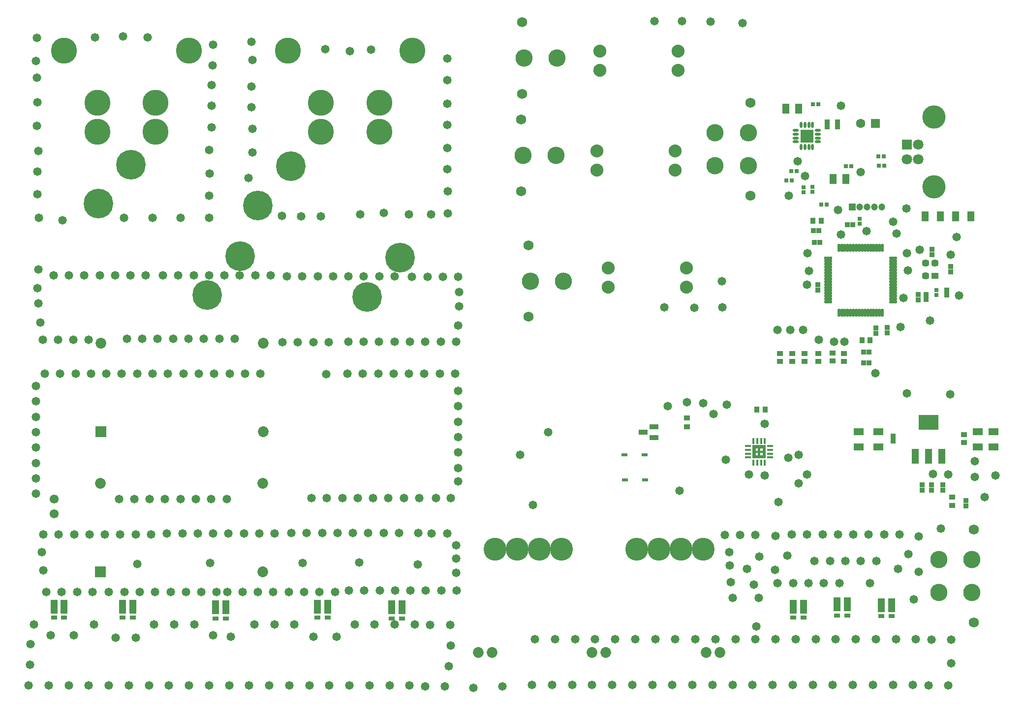
<source format=gts>
G04*
G04 #@! TF.GenerationSoftware,Altium Limited,Altium Designer,18.1.7 (191)*
G04*
G04 Layer_Color=8388736*
%FSLAX25Y25*%
%MOIN*%
G70*
G01*
G75*
%ADD18R,0.04375X0.02365*%
%ADD40R,0.04000X0.03000*%
%ADD44R,0.02965X0.02965*%
%ADD45R,0.03241X0.03241*%
%ADD46R,0.02965X0.02965*%
%ADD47R,0.03556X0.04147*%
%ADD48R,0.03241X0.03241*%
%ADD49R,0.05918X0.03359*%
%ADD50R,0.04343X0.03556*%
%ADD51R,0.01378X0.03937*%
%ADD52R,0.03937X0.01378*%
%ADD53R,0.00104X0.00104*%
%ADD54R,0.04737X0.10249*%
%ADD55R,0.13792X0.10249*%
%ADD56R,0.04147X0.03556*%
%ADD57R,0.05721X0.01981*%
%ADD58O,0.05721X0.01981*%
%ADD59O,0.01981X0.05721*%
%ADD60O,0.01981X0.04147*%
%ADD61O,0.04147X0.01981*%
%ADD62R,0.08989X0.08989*%
%ADD63R,0.07099X0.04540*%
%ADD64R,0.04737X0.06706*%
%ADD65R,0.04540X0.07099*%
%ADD66R,0.04800X0.09800*%
G04:AMPARAMS|DCode=67|XSize=43.43mil|YSize=47.37mil|CornerRadius=12.86mil|HoleSize=0mil|Usage=FLASHONLY|Rotation=90.000|XOffset=0mil|YOffset=0mil|HoleType=Round|Shape=RoundedRectangle|*
%AMROUNDEDRECTD67*
21,1,0.04343,0.02165,0,0,90.0*
21,1,0.01772,0.04737,0,0,90.0*
1,1,0.02572,0.01083,0.00886*
1,1,0.02572,0.01083,-0.00886*
1,1,0.02572,-0.01083,-0.00886*
1,1,0.02572,-0.01083,0.00886*
%
%ADD67ROUNDEDRECTD67*%
%ADD68R,0.04737X0.04343*%
%ADD69R,0.04343X0.03753*%
%ADD70C,0.20111*%
%ADD71C,0.15564*%
%ADD72C,0.07296*%
%ADD73C,0.06100*%
%ADD74C,0.17631*%
%ADD75C,0.11725*%
%ADD76C,0.06804*%
%ADD77C,0.08800*%
%ADD78C,0.04737*%
%ADD79R,0.04737X0.04737*%
%ADD80C,0.03398*%
%ADD81C,0.15761*%
%ADD82R,0.07099X0.07099*%
%ADD83C,0.07099*%
%ADD84R,0.06312X0.06312*%
%ADD85C,0.06312*%
%ADD86R,0.07296X0.07296*%
%ADD87C,0.05800*%
G36*
X573830Y437337D02*
Y435763D01*
Y434237D01*
Y430498D01*
X564826D01*
Y432663D01*
Y434237D01*
Y435763D01*
Y437337D01*
Y439502D01*
X573830D01*
Y437337D01*
D02*
G37*
%LPC*%
G36*
X571665D02*
X570090D01*
Y435763D01*
X571665D01*
Y437337D01*
D02*
G37*
G36*
X568565D02*
X566991D01*
Y435763D01*
X568565D01*
Y437337D01*
D02*
G37*
G36*
X571665Y434237D02*
X570090D01*
Y432663D01*
X571665D01*
Y434237D01*
D02*
G37*
G36*
X568565D02*
X566991D01*
Y432663D01*
X568565D01*
Y434237D01*
D02*
G37*
%LPD*%
D18*
X491583Y433000D02*
D03*
X478000D02*
D03*
X492000Y416000D02*
D03*
X478417D02*
D03*
D40*
X652031Y323500D02*
D03*
X659000D02*
D03*
X276968Y322500D02*
D03*
X270000D02*
D03*
X622224Y324016D02*
D03*
X629193D02*
D03*
X599468Y322516D02*
D03*
X592500D02*
D03*
X320500Y322016D02*
D03*
X327469D02*
D03*
X208000D02*
D03*
X201031D02*
D03*
X138000Y322516D02*
D03*
X144969D02*
D03*
X98548D02*
D03*
X91579D02*
D03*
D44*
X611457Y602500D02*
D03*
X615000D02*
D03*
X587728Y619043D02*
D03*
X591272D02*
D03*
X591228Y625197D02*
D03*
X594772D02*
D03*
X628228Y628815D02*
D03*
X631772D02*
D03*
X609377Y670500D02*
D03*
X605833D02*
D03*
X650457Y629043D02*
D03*
X654000D02*
D03*
X650228Y635271D02*
D03*
X653772D02*
D03*
D45*
X699000Y557000D02*
D03*
Y560622D02*
D03*
X660000Y445811D02*
D03*
Y442189D02*
D03*
X693716Y412491D02*
D03*
Y408869D02*
D03*
X686216Y412491D02*
D03*
Y408869D02*
D03*
X679716Y412491D02*
D03*
Y408869D02*
D03*
X709500Y402000D02*
D03*
Y398378D02*
D03*
X656000Y519311D02*
D03*
Y515689D02*
D03*
X682500Y538189D02*
D03*
Y541811D02*
D03*
X609142Y544689D02*
D03*
Y548311D02*
D03*
X622500Y658811D02*
D03*
Y655189D02*
D03*
X615500Y658811D02*
D03*
Y655189D02*
D03*
X696500Y544811D02*
D03*
Y541189D02*
D03*
X677221Y541622D02*
D03*
Y538000D02*
D03*
X686421Y568689D02*
D03*
Y572311D02*
D03*
X648342Y519043D02*
D03*
Y515421D02*
D03*
D46*
X689500Y544771D02*
D03*
Y541228D02*
D03*
X637500Y589543D02*
D03*
Y593086D02*
D03*
X599356Y610846D02*
D03*
Y614389D02*
D03*
X605500Y614815D02*
D03*
Y611271D02*
D03*
D47*
X611256Y591500D02*
D03*
X605744D02*
D03*
X573363Y463811D02*
D03*
X567851D02*
D03*
X639035Y510767D02*
D03*
X644547D02*
D03*
D48*
X609811Y585000D02*
D03*
X606189D02*
D03*
X606689Y577000D02*
D03*
X610311D02*
D03*
X643819Y495267D02*
D03*
X640197D02*
D03*
Y502724D02*
D03*
X643819D02*
D03*
X632811Y589000D02*
D03*
X629189D02*
D03*
D49*
X498240Y444574D02*
D03*
Y452054D02*
D03*
X490760Y448314D02*
D03*
D50*
X520500Y457905D02*
D03*
Y452000D02*
D03*
D51*
X573167Y442480D02*
D03*
X570608D02*
D03*
X568048D02*
D03*
X565489D02*
D03*
Y427520D02*
D03*
X568048D02*
D03*
X570608D02*
D03*
X573167D02*
D03*
D52*
X561848Y438839D02*
D03*
Y436280D02*
D03*
Y433721D02*
D03*
Y431161D02*
D03*
X576808D02*
D03*
Y433721D02*
D03*
Y436280D02*
D03*
Y438839D02*
D03*
D53*
X569328Y435000D02*
D03*
D54*
X674945Y432083D02*
D03*
X684000D02*
D03*
X693055D02*
D03*
D55*
X684000Y454917D02*
D03*
D56*
X700000Y404256D02*
D03*
Y398744D02*
D03*
X708000Y446756D02*
D03*
Y441244D02*
D03*
D57*
X616102Y566165D02*
D03*
D58*
Y564197D02*
D03*
Y562228D02*
D03*
Y560260D02*
D03*
Y558291D02*
D03*
Y556323D02*
D03*
Y554354D02*
D03*
Y552386D02*
D03*
Y550417D02*
D03*
Y548449D02*
D03*
Y546480D02*
D03*
Y544512D02*
D03*
Y542543D02*
D03*
Y540575D02*
D03*
Y538606D02*
D03*
Y536638D02*
D03*
X660000D02*
D03*
Y538606D02*
D03*
Y540575D02*
D03*
Y542543D02*
D03*
Y544512D02*
D03*
Y546480D02*
D03*
Y548449D02*
D03*
Y550417D02*
D03*
Y552386D02*
D03*
Y554354D02*
D03*
Y556323D02*
D03*
Y558291D02*
D03*
Y560260D02*
D03*
Y562228D02*
D03*
Y564197D02*
D03*
Y566165D02*
D03*
D59*
X623287Y529452D02*
D03*
X625256D02*
D03*
X627224D02*
D03*
X629193D02*
D03*
X631161D02*
D03*
X633130D02*
D03*
X635098D02*
D03*
X637067D02*
D03*
X639035D02*
D03*
X641004D02*
D03*
X642972D02*
D03*
X644941D02*
D03*
X646909D02*
D03*
X648878D02*
D03*
X650846D02*
D03*
X652815D02*
D03*
Y573350D02*
D03*
X650846D02*
D03*
X648878D02*
D03*
X646909D02*
D03*
X644941D02*
D03*
X642972D02*
D03*
X641004D02*
D03*
X639035D02*
D03*
X637067D02*
D03*
X635098D02*
D03*
X633130D02*
D03*
X631161D02*
D03*
X629193D02*
D03*
X627224D02*
D03*
X625256D02*
D03*
X623287D02*
D03*
D60*
X597823Y641543D02*
D03*
X600382D02*
D03*
X602941D02*
D03*
X605500D02*
D03*
Y656504D02*
D03*
X602941D02*
D03*
X600382D02*
D03*
X597823D02*
D03*
D61*
X609142Y645185D02*
D03*
Y647744D02*
D03*
Y650303D02*
D03*
Y652862D02*
D03*
X594181D02*
D03*
Y650303D02*
D03*
Y647744D02*
D03*
Y645185D02*
D03*
D62*
X601661Y649023D02*
D03*
D63*
X728000Y448716D02*
D03*
Y438283D02*
D03*
X717500Y448716D02*
D03*
Y438283D02*
D03*
X650000Y448760D02*
D03*
Y438327D02*
D03*
X636657Y448598D02*
D03*
Y438165D02*
D03*
D64*
X628161Y620043D02*
D03*
X619500D02*
D03*
X587280Y667500D02*
D03*
X595941D02*
D03*
D65*
X681783Y594543D02*
D03*
X692216D02*
D03*
X702284Y594543D02*
D03*
X712717D02*
D03*
D66*
X652032Y330984D02*
D03*
X659000Y330984D02*
D03*
X276969Y329984D02*
D03*
X270000Y329984D02*
D03*
X622225Y331500D02*
D03*
X629193Y331500D02*
D03*
X599468Y330001D02*
D03*
X592500Y330000D02*
D03*
X320500Y329500D02*
D03*
X327469Y329500D02*
D03*
X208000D02*
D03*
X201032Y329500D02*
D03*
X138000Y330000D02*
D03*
X144969Y330000D02*
D03*
X98548D02*
D03*
X91579Y330000D02*
D03*
D67*
X682201Y554354D02*
D03*
Y563015D02*
D03*
X688500D02*
D03*
D68*
Y554354D02*
D03*
D69*
X609500Y496343D02*
D03*
Y501658D02*
D03*
X626724Y496366D02*
D03*
Y501681D02*
D03*
X600000Y496343D02*
D03*
Y501658D02*
D03*
X619000Y496523D02*
D03*
Y501838D02*
D03*
X583500Y501500D02*
D03*
Y496185D02*
D03*
X591661Y501657D02*
D03*
Y496343D02*
D03*
D70*
X217770Y567729D02*
D03*
X143880Y629730D02*
D03*
X121610Y603190D02*
D03*
X195500Y541189D02*
D03*
X326000Y566500D02*
D03*
X252110Y628501D02*
D03*
X229840Y601961D02*
D03*
X303730Y539960D02*
D03*
D71*
X390410Y369079D02*
D03*
X405371D02*
D03*
X420331D02*
D03*
X435292D02*
D03*
X486473D02*
D03*
X501434D02*
D03*
X516394D02*
D03*
X531355D02*
D03*
D72*
X379071Y299000D02*
D03*
X388363D02*
D03*
X456237D02*
D03*
X465528D02*
D03*
X533402D02*
D03*
X542694D02*
D03*
X233000Y353500D02*
D03*
Y413500D02*
D03*
X123000D02*
D03*
X233500Y448500D02*
D03*
Y508500D02*
D03*
X123500D02*
D03*
D73*
X91829Y402843D02*
D03*
Y393000D02*
D03*
D74*
X250000Y707000D02*
D03*
X334488D02*
D03*
X311929Y671567D02*
D03*
Y651882D02*
D03*
X272559Y671567D02*
D03*
Y651882D02*
D03*
X121071D02*
D03*
Y671567D02*
D03*
X160441Y651882D02*
D03*
Y671567D02*
D03*
X183000Y707000D02*
D03*
X98512D02*
D03*
D75*
X691059Y339559D02*
D03*
Y362000D02*
D03*
X713500Y339559D02*
D03*
Y362000D02*
D03*
X539559Y628941D02*
D03*
Y651382D02*
D03*
X562000Y628941D02*
D03*
Y651382D02*
D03*
X432441Y702000D02*
D03*
X410000D02*
D03*
X431720Y636000D02*
D03*
X409279D02*
D03*
X436721Y550791D02*
D03*
X414280D02*
D03*
D76*
X714780Y319205D02*
D03*
Y382354D02*
D03*
X563279Y608587D02*
D03*
Y671736D02*
D03*
X408720Y677709D02*
D03*
Y726291D02*
D03*
X408000Y611709D02*
D03*
Y660291D02*
D03*
X413000Y526500D02*
D03*
Y575083D02*
D03*
D77*
X520000Y546500D02*
D03*
Y559500D02*
D03*
X467000Y546500D02*
D03*
Y559500D02*
D03*
X512500Y626071D02*
D03*
Y639071D02*
D03*
X459500Y626071D02*
D03*
Y639071D02*
D03*
X514500Y693500D02*
D03*
Y706500D02*
D03*
X461500Y693500D02*
D03*
Y706500D02*
D03*
D78*
X652500Y601043D02*
D03*
X647500D02*
D03*
X642500D02*
D03*
X637500D02*
D03*
D79*
X632500D02*
D03*
D80*
X599428Y646991D02*
D03*
Y651141D02*
D03*
X603601D02*
D03*
Y646991D02*
D03*
D81*
X687890Y662043D02*
D03*
Y614641D02*
D03*
D82*
X669347Y643263D02*
D03*
D83*
Y633421D02*
D03*
X677221Y643263D02*
D03*
Y633421D02*
D03*
D84*
X648000Y657543D02*
D03*
D85*
X638157D02*
D03*
D86*
X123000Y353500D02*
D03*
X123500Y448500D02*
D03*
D87*
X97500Y592000D02*
D03*
X544000Y550500D02*
D03*
X544500Y533000D02*
D03*
X525500Y532500D02*
D03*
X505000Y533000D02*
D03*
X558000Y725500D02*
D03*
X536500Y726500D02*
D03*
X517000Y727000D02*
D03*
X498500D02*
D03*
X677500Y377500D02*
D03*
X292000Y706500D02*
D03*
X358500Y611500D02*
D03*
X358000Y701500D02*
D03*
Y687000D02*
D03*
Y671000D02*
D03*
Y656500D02*
D03*
Y641000D02*
D03*
Y626500D02*
D03*
X306500Y707500D02*
D03*
X275500Y708000D02*
D03*
X358500Y596500D02*
D03*
X347000Y596000D02*
D03*
X332000D02*
D03*
X315000Y597000D02*
D03*
X299000Y596000D02*
D03*
X272500Y594500D02*
D03*
X259000D02*
D03*
X246000Y595000D02*
D03*
X223500Y620500D02*
D03*
X226000Y638000D02*
D03*
Y654000D02*
D03*
X225500Y668500D02*
D03*
Y682500D02*
D03*
X226000Y700500D02*
D03*
X225500Y713000D02*
D03*
X198500Y669500D02*
D03*
Y683500D02*
D03*
X199000Y697000D02*
D03*
X199500Y711000D02*
D03*
X198500Y655000D02*
D03*
X196686Y639500D02*
D03*
X155000Y716000D02*
D03*
X138500Y716500D02*
D03*
X80000Y715500D02*
D03*
X79500Y700000D02*
D03*
X80000Y688500D02*
D03*
X80400Y672000D02*
D03*
X80000Y656000D02*
D03*
X81000Y639071D02*
D03*
X80500Y625000D02*
D03*
Y609500D02*
D03*
X119500Y716000D02*
D03*
X197000Y623500D02*
D03*
X196711Y608587D02*
D03*
X196710Y593500D02*
D03*
X177509D02*
D03*
X158307D02*
D03*
X139105D02*
D03*
X81500D02*
D03*
X507500Y465857D02*
D03*
X520500Y468500D02*
D03*
X729500Y419000D02*
D03*
X697500Y419500D02*
D03*
X687000Y420000D02*
D03*
X715500Y418000D02*
D03*
X426500Y448314D02*
D03*
X715500Y428500D02*
D03*
X669500Y474500D02*
D03*
X698839Y474000D02*
D03*
X722000Y404369D02*
D03*
X596000Y413500D02*
D03*
Y433000D02*
D03*
X589000Y431000D02*
D03*
X601661Y419543D02*
D03*
X703000Y580787D02*
D03*
X698929Y568763D02*
D03*
X407457Y433000D02*
D03*
X704870Y541000D02*
D03*
X685000Y524000D02*
D03*
X601661Y548370D02*
D03*
X664941Y519500D02*
D03*
X624662Y669500D02*
D03*
X602000Y569500D02*
D03*
X642000Y584496D02*
D03*
X622686Y599000D02*
D03*
X366000Y543254D02*
D03*
X364000Y371500D02*
D03*
X638157Y624500D02*
D03*
X365500Y415143D02*
D03*
X416000Y399000D02*
D03*
X515500Y408500D02*
D03*
X598957Y517500D02*
D03*
X581900D02*
D03*
X590500D02*
D03*
X609788Y511043D02*
D03*
X620000Y509500D02*
D03*
X626949Y509767D02*
D03*
X647917Y488224D02*
D03*
X582400Y401043D02*
D03*
X365500Y520500D02*
D03*
X82500Y522500D02*
D03*
X83929Y511000D02*
D03*
X104786D02*
D03*
X94357D02*
D03*
X366000Y533754D02*
D03*
X115214Y511000D02*
D03*
X81000Y535500D02*
D03*
Y558756D02*
D03*
X291014Y509500D02*
D03*
X246400Y509189D02*
D03*
X256829D02*
D03*
X277686D02*
D03*
X267257D02*
D03*
X344643Y553500D02*
D03*
X334214D02*
D03*
X365500D02*
D03*
X355071D02*
D03*
X141032Y511689D02*
D03*
X151460D02*
D03*
X172317D02*
D03*
X161889D02*
D03*
X193174D02*
D03*
X182746D02*
D03*
X214032D02*
D03*
X203603D02*
D03*
X301443Y509500D02*
D03*
X322300D02*
D03*
X311871D02*
D03*
X343157D02*
D03*
X332729D02*
D03*
X364014D02*
D03*
X353586D02*
D03*
X249400Y554000D02*
D03*
X259829D02*
D03*
X280686D02*
D03*
X270257D02*
D03*
X301543D02*
D03*
X291114D02*
D03*
X322400D02*
D03*
X311971D02*
D03*
X165400Y554500D02*
D03*
X175829D02*
D03*
X196686D02*
D03*
X186257D02*
D03*
X217543D02*
D03*
X207114D02*
D03*
X238400D02*
D03*
X227971D02*
D03*
X80400Y546000D02*
D03*
X91329Y554500D02*
D03*
X112186D02*
D03*
X101757D02*
D03*
X133043D02*
D03*
X122614D02*
D03*
X153900D02*
D03*
X143471D02*
D03*
X79500Y479600D02*
D03*
Y469171D02*
D03*
Y448314D02*
D03*
Y458743D02*
D03*
Y427457D02*
D03*
Y437886D02*
D03*
Y406600D02*
D03*
Y417029D02*
D03*
X208600Y403131D02*
D03*
X198171D02*
D03*
X177314D02*
D03*
X187743D02*
D03*
X156457D02*
D03*
X166886D02*
D03*
X135600D02*
D03*
X146029D02*
D03*
X339100Y403500D02*
D03*
X328671D02*
D03*
X307814D02*
D03*
X318243D02*
D03*
X286957D02*
D03*
X297386D02*
D03*
X266100D02*
D03*
X276529D02*
D03*
X350500Y403782D02*
D03*
X360510D02*
D03*
X365500Y434571D02*
D03*
Y424143D02*
D03*
Y455429D02*
D03*
Y445000D02*
D03*
Y476286D02*
D03*
Y465857D02*
D03*
X290400Y488000D02*
D03*
X300828D02*
D03*
X321686D02*
D03*
X311257D02*
D03*
X342543D02*
D03*
X332114D02*
D03*
X363400D02*
D03*
X352971D02*
D03*
X276000Y487500D02*
D03*
X168900Y488000D02*
D03*
X179329D02*
D03*
X200186D02*
D03*
X189757D02*
D03*
X221043D02*
D03*
X210614D02*
D03*
X231471D02*
D03*
X85400D02*
D03*
X95829D02*
D03*
X116686D02*
D03*
X106257D02*
D03*
X137543D02*
D03*
X127114D02*
D03*
X158400D02*
D03*
X147971D02*
D03*
X674000Y335000D02*
D03*
X549000Y367000D02*
D03*
X670500Y365500D02*
D03*
X663500Y355757D02*
D03*
X677500Y353500D02*
D03*
X692500Y383000D02*
D03*
X581900Y346000D02*
D03*
X592329D02*
D03*
X613186D02*
D03*
X602757D02*
D03*
X580000Y355000D02*
D03*
X623614Y346000D02*
D03*
X644471D02*
D03*
X606900Y361000D02*
D03*
X617329D02*
D03*
X638186D02*
D03*
X627757D02*
D03*
X550000Y346500D02*
D03*
X648614Y361000D02*
D03*
X565900Y345000D02*
D03*
X561000Y355500D02*
D03*
X591400Y379000D02*
D03*
X601829D02*
D03*
X622686D02*
D03*
X612257D02*
D03*
X643543D02*
D03*
X633114D02*
D03*
X664400D02*
D03*
X653971D02*
D03*
X569328Y364000D02*
D03*
X569000Y336000D02*
D03*
X549500Y358000D02*
D03*
X551500Y336000D02*
D03*
X546043Y378500D02*
D03*
X588500Y364500D02*
D03*
X566900Y378500D02*
D03*
X556471D02*
D03*
X364014Y362500D02*
D03*
X197500Y359500D02*
D03*
X260000D02*
D03*
X338000Y358500D02*
D03*
X298413Y360000D02*
D03*
X347543Y379500D02*
D03*
X364014Y353000D02*
D03*
X357971Y379500D02*
D03*
X252400Y380000D02*
D03*
X262829D02*
D03*
X283686D02*
D03*
X273257D02*
D03*
X304543D02*
D03*
X294114D02*
D03*
X325400D02*
D03*
X314971D02*
D03*
X168189Y379500D02*
D03*
X178618D02*
D03*
X199475D02*
D03*
X189047D02*
D03*
X220332D02*
D03*
X209904D02*
D03*
X241189D02*
D03*
X230761D02*
D03*
X84400Y379000D02*
D03*
X94829D02*
D03*
X115686D02*
D03*
X105257D02*
D03*
X136543D02*
D03*
X126114D02*
D03*
X157400D02*
D03*
X146971D02*
D03*
X128900Y340000D02*
D03*
X139329D02*
D03*
X160186D02*
D03*
X149757D02*
D03*
X181043D02*
D03*
X170614D02*
D03*
X201900D02*
D03*
X191471D02*
D03*
X208926D02*
D03*
X219355D02*
D03*
X240212D02*
D03*
X229783D02*
D03*
X261069D02*
D03*
X250641D02*
D03*
X281926D02*
D03*
X271498D02*
D03*
X291400Y341000D02*
D03*
X301829D02*
D03*
X322686D02*
D03*
X312257D02*
D03*
X343543D02*
D03*
X333114D02*
D03*
X364400D02*
D03*
X353971D02*
D03*
X338500Y380000D02*
D03*
X148000Y359000D02*
D03*
X84400Y354500D02*
D03*
X83500Y367000D02*
D03*
X107257Y340000D02*
D03*
X117686D02*
D03*
X96829D02*
D03*
X86400D02*
D03*
X567500Y316500D02*
D03*
X580500Y378000D02*
D03*
X573000Y419043D02*
D03*
X624662Y582354D02*
D03*
X562500Y419543D02*
D03*
X546839Y429543D02*
D03*
X573166Y454043D02*
D03*
X547500Y467043D02*
D03*
X538500Y460543D02*
D03*
X531500Y468043D02*
D03*
X669939Y558043D02*
D03*
X678000Y572043D02*
D03*
X669500Y569496D02*
D03*
X589500Y608543D02*
D03*
X660000Y591043D02*
D03*
X662500Y582854D02*
D03*
X602941Y557543D02*
D03*
X667000Y539370D02*
D03*
X600382Y622043D02*
D03*
X595500Y632043D02*
D03*
X669000Y600043D02*
D03*
X395353Y276000D02*
D03*
X375853Y275000D02*
D03*
X75353Y290500D02*
D03*
X359000Y289500D02*
D03*
X675500Y308000D02*
D03*
X661921D02*
D03*
X634763D02*
D03*
X648342D02*
D03*
X607605D02*
D03*
X621184D02*
D03*
X580447D02*
D03*
X594026D02*
D03*
X485395D02*
D03*
X471816D02*
D03*
X512553D02*
D03*
X498974D02*
D03*
X539711D02*
D03*
X526132D02*
D03*
X553290D02*
D03*
X566868D02*
D03*
X444658D02*
D03*
X458237D02*
D03*
X417500D02*
D03*
X431079D02*
D03*
X429079Y277000D02*
D03*
X415500D02*
D03*
X456237D02*
D03*
X442658D02*
D03*
X564868D02*
D03*
X551289D02*
D03*
X524131D02*
D03*
X537711D02*
D03*
X496974D02*
D03*
X510553D02*
D03*
X469816D02*
D03*
X483395D02*
D03*
X592026D02*
D03*
X578447D02*
D03*
X619184D02*
D03*
X605605D02*
D03*
X646342D02*
D03*
X632763D02*
D03*
X659921D02*
D03*
X673500D02*
D03*
X697500Y276500D02*
D03*
X683921D02*
D03*
X699500Y291500D02*
D03*
X685921Y307500D02*
D03*
X699500D02*
D03*
X360000Y317500D02*
D03*
X346421D02*
D03*
X360500Y303500D02*
D03*
X342921Y276000D02*
D03*
X356500D02*
D03*
X332500Y276500D02*
D03*
X318921D02*
D03*
X291763D02*
D03*
X305342D02*
D03*
X264605D02*
D03*
X278184D02*
D03*
X237447D02*
D03*
X251026D02*
D03*
X142395D02*
D03*
X128816D02*
D03*
X169553D02*
D03*
X155974D02*
D03*
X196711D02*
D03*
X183132D02*
D03*
X210289D02*
D03*
X223868D02*
D03*
X101658D02*
D03*
X115237D02*
D03*
X74500D02*
D03*
X88079D02*
D03*
X75853Y304500D02*
D03*
X89500Y310500D02*
D03*
X78000Y318000D02*
D03*
X118737D02*
D03*
X105000Y310500D02*
D03*
X227368Y318000D02*
D03*
X211500Y309500D02*
D03*
X186632Y318000D02*
D03*
X199500Y310654D02*
D03*
X159474Y318000D02*
D03*
X173053D02*
D03*
X133500Y309000D02*
D03*
X147000D02*
D03*
X254526Y318000D02*
D03*
X240947D02*
D03*
X283000Y309500D02*
D03*
X267500D02*
D03*
X308842Y318000D02*
D03*
X295263D02*
D03*
X322421D02*
D03*
X336000D02*
D03*
M02*

</source>
